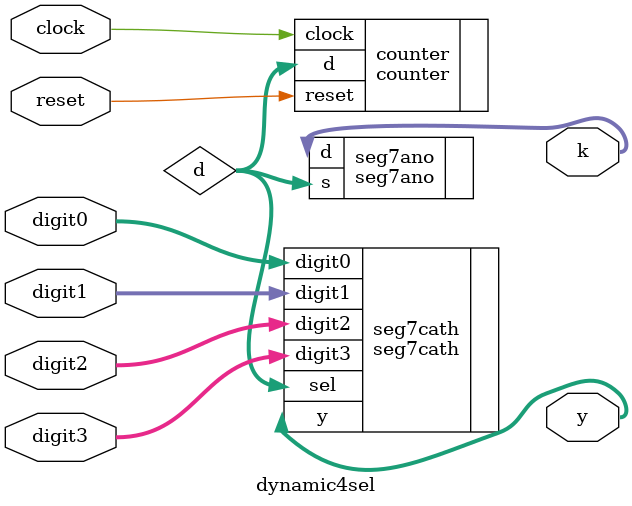
<source format=v>
`timescale 1ns / 1ps


module dynamic4sel(
        input clock,reset,
        input [3:0] digit0, digit1, digit2, digit3,
        output [6:0] y,
        output [3:0] k
    );
    
    wire [1:0] sel, d;
    
    counter counter(
        .clock(clock),
        .reset(reset),
        .d(d)
    );
    
    seg7cath seg7cath(
        .digit0(digit0),
        .digit1(digit1),
        .digit2(digit2),
        .digit3(digit3),
        .sel(d),
        .y(y)
    );
    
    seg7ano seg7ano(
        .s(d),
        .d(k)
    );
    
endmodule

</source>
